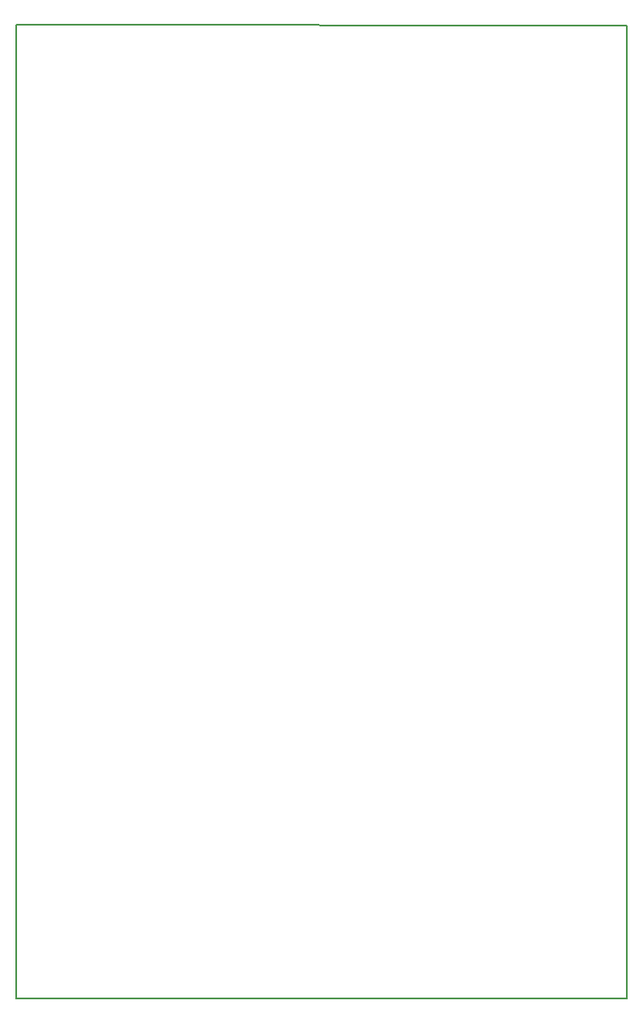
<source format=gbr>
G04 DipTrace 3.0.0.1*
G04 BoardOutline.gbr*
%MOIN*%
G04 #@! TF.FileFunction,Profile*
G04 #@! TF.Part,Single*
%ADD11C,0.006*%
%FSLAX26Y26*%
G04*
G70*
G90*
G75*
G01*
G04 BoardOutline*
%LPD*%
X394000Y4205748D2*
D11*
X2784270Y4203768D1*
X2785752Y396009D1*
X395967Y394000D1*
X394000Y4205748D1*
M02*

</source>
